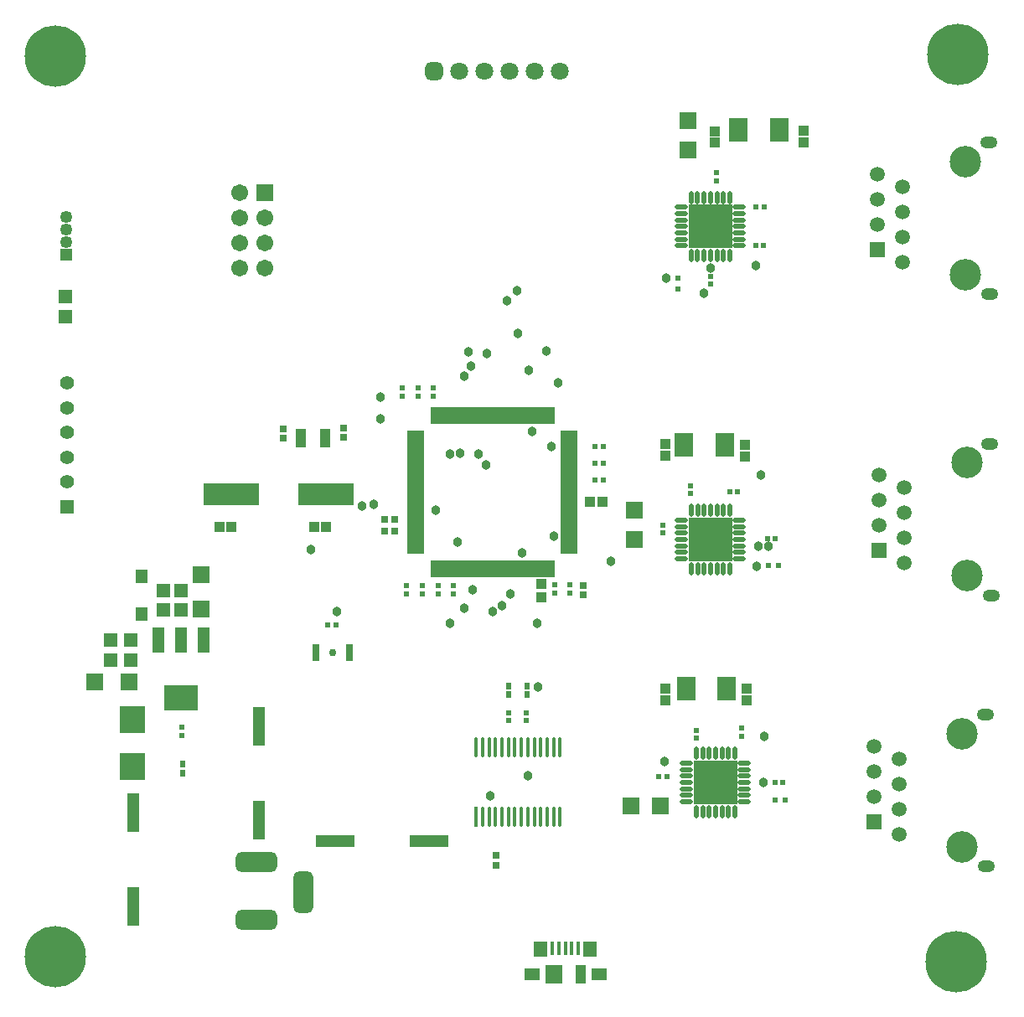
<source format=gts>
G04*
G04 #@! TF.GenerationSoftware,Altium Limited,Altium Designer,22.5.1 (42)*
G04*
G04 Layer_Color=8388736*
%FSLAX44Y44*%
%MOMM*%
G71*
G04*
G04 #@! TF.SameCoordinates,2ABD4F99-51B0-466E-819A-8B20F5DB8373*
G04*
G04*
G04 #@! TF.FilePolarity,Negative*
G04*
G01*
G75*
%ADD18R,0.5200X0.5200*%
%ADD25R,0.5200X0.5200*%
%ADD26R,0.5000X0.4750*%
%ADD27R,0.4750X0.5000*%
%ADD29R,0.4000X2.0000*%
G04:AMPARAMS|DCode=30|XSize=2mm|YSize=0.4mm|CornerRadius=0.2mm|HoleSize=0mm|Usage=FLASHONLY|Rotation=90.000|XOffset=0mm|YOffset=0mm|HoleType=Round|Shape=RoundedRectangle|*
%AMROUNDEDRECTD30*
21,1,2.0000,0.0000,0,0,90.0*
21,1,1.6000,0.4000,0,0,90.0*
1,1,0.4000,0.0000,0.8000*
1,1,0.4000,0.0000,-0.8000*
1,1,0.4000,0.0000,-0.8000*
1,1,0.4000,0.0000,0.8000*
%
%ADD30ROUNDEDRECTD30*%
%ADD31R,0.6153X0.5725*%
%ADD33R,1.9000X2.4000*%
%ADD34R,1.8000X1.7000*%
%ADD37R,0.4725X0.4682*%
%ADD38R,0.4500X1.3800*%
%ADD39R,1.4250X1.5500*%
%ADD40R,1.0000X1.9000*%
%ADD41R,1.8000X1.9000*%
%ADD42R,1.6500X1.3000*%
%ADD43R,0.5000X0.7000*%
%ADD45R,1.7000X1.8000*%
%ADD46R,0.5725X0.6153*%
%ADD49R,0.6725X0.7393*%
%ADD51R,0.8000X1.7000*%
%ADD59R,1.1000X1.9000*%
%ADD62R,4.4032X4.4032*%
%ADD63O,1.3532X0.5032*%
%ADD64O,0.5032X1.3532*%
%ADD65R,0.5032X1.6782*%
%ADD66R,1.6782X0.5032*%
%ADD67R,4.4032X4.4032*%
%ADD68R,4.0132X1.3032*%
%ADD69R,1.0532X1.0532*%
%ADD70R,1.2524X1.3524*%
%ADD71R,1.4224X1.4224*%
%ADD72R,0.8032X0.7032*%
%ADD73R,1.0532X1.1032*%
%ADD74R,0.7032X0.8032*%
%ADD75R,1.0532X1.0532*%
%ADD76R,1.7272X1.7272*%
%ADD77R,1.7272X1.7272*%
%ADD78R,1.4224X1.4224*%
%ADD79R,1.3032X4.0132*%
%ADD80R,2.5032X2.7032*%
%ADD81R,1.2032X2.6032*%
%ADD82R,3.5032X2.6032*%
%ADD83R,5.7032X2.2032*%
%ADD84R,1.1032X1.0532*%
%ADD85O,1.7272X1.2032*%
%ADD86C,3.1800*%
%ADD87C,1.5000*%
%ADD88R,1.5000X1.5000*%
%ADD89C,1.7032*%
%ADD90R,1.7032X1.7032*%
%ADD91C,1.8032*%
G04:AMPARAMS|DCode=92|XSize=1.8032mm|YSize=1.8032mm|CornerRadius=0.5016mm|HoleSize=0mm|Usage=FLASHONLY|Rotation=0.000|XOffset=0mm|YOffset=0mm|HoleType=Round|Shape=RoundedRectangle|*
%AMROUNDEDRECTD92*
21,1,1.8032,0.8000,0,0,0.0*
21,1,0.8000,1.8032,0,0,0.0*
1,1,1.0032,0.4000,-0.4000*
1,1,1.0032,-0.4000,-0.4000*
1,1,1.0032,-0.4000,0.4000*
1,1,1.0032,0.4000,0.4000*
%
%ADD92ROUNDEDRECTD92*%
%ADD93R,1.4000X1.4000*%
%ADD94C,1.4000*%
%ADD95C,1.2532*%
%ADD96R,1.2532X1.2532*%
G04:AMPARAMS|DCode=97|XSize=4.2032mm|YSize=2.0032mm|CornerRadius=0.5516mm|HoleSize=0mm|Usage=FLASHONLY|Rotation=270.000|XOffset=0mm|YOffset=0mm|HoleType=Round|Shape=RoundedRectangle|*
%AMROUNDEDRECTD97*
21,1,4.2032,0.9000,0,0,270.0*
21,1,3.1000,2.0032,0,0,270.0*
1,1,1.1032,-0.4500,-1.5500*
1,1,1.1032,-0.4500,1.5500*
1,1,1.1032,0.4500,1.5500*
1,1,1.1032,0.4500,-1.5500*
%
%ADD97ROUNDEDRECTD97*%
G04:AMPARAMS|DCode=98|XSize=4.2032mm|YSize=2.0032mm|CornerRadius=0.5516mm|HoleSize=0mm|Usage=FLASHONLY|Rotation=180.000|XOffset=0mm|YOffset=0mm|HoleType=Round|Shape=RoundedRectangle|*
%AMROUNDEDRECTD98*
21,1,4.2032,0.9000,0,0,180.0*
21,1,3.1000,2.0032,0,0,180.0*
1,1,1.1032,-1.5500,0.4500*
1,1,1.1032,1.5500,0.4500*
1,1,1.1032,1.5500,-0.4500*
1,1,1.1032,-1.5500,-0.4500*
%
%ADD98ROUNDEDRECTD98*%
%ADD99C,0.7500*%
%ADD100C,6.2032*%
%ADD101C,0.9652*%
%ADD102C,0.7032*%
D18*
X736600Y276986D02*
D03*
Y268986D02*
D03*
X685546Y514096D02*
D03*
Y522096D02*
D03*
X705866Y733678D02*
D03*
Y725678D02*
D03*
X691388Y266828D02*
D03*
Y274828D02*
D03*
X711708Y838326D02*
D03*
Y830326D02*
D03*
X657352Y482472D02*
D03*
Y474472D02*
D03*
D25*
X751396Y803910D02*
D03*
X759396D02*
D03*
X762762Y468630D02*
D03*
X770762D02*
D03*
X724726Y516128D02*
D03*
X732726D02*
D03*
X751030Y764936D02*
D03*
X759029D02*
D03*
X770446Y221996D02*
D03*
X778446D02*
D03*
X661098Y228346D02*
D03*
X653098D02*
D03*
D26*
X672592Y721314D02*
D03*
Y731565D02*
D03*
D27*
X774283Y441198D02*
D03*
X764032D02*
D03*
X781096Y204470D02*
D03*
X770844D02*
D03*
D29*
X468798Y187758D02*
D03*
D30*
X475298D02*
D03*
X481798D02*
D03*
X488298D02*
D03*
X494798D02*
D03*
X501298D02*
D03*
X507798D02*
D03*
X514298D02*
D03*
X520798D02*
D03*
X527298D02*
D03*
X533798D02*
D03*
X540298D02*
D03*
X546798D02*
D03*
X553298D02*
D03*
Y257758D02*
D03*
X546798D02*
D03*
X540298D02*
D03*
X533798D02*
D03*
X527298D02*
D03*
X520798D02*
D03*
X514298D02*
D03*
X507798D02*
D03*
X501298D02*
D03*
X494798D02*
D03*
X488298D02*
D03*
X481798D02*
D03*
X475298D02*
D03*
X468798D02*
D03*
D31*
X588329Y561340D02*
D03*
X596900D02*
D03*
X327406Y381508D02*
D03*
X318835D02*
D03*
X588550Y544576D02*
D03*
X597122D02*
D03*
X588804Y527812D02*
D03*
X597376D02*
D03*
D33*
X678688Y563372D02*
D03*
X719688D02*
D03*
X774806Y881380D02*
D03*
X733806D02*
D03*
X721720Y316992D02*
D03*
X680720D02*
D03*
D34*
X628142Y497368D02*
D03*
Y467868D02*
D03*
X682752Y861568D02*
D03*
Y891068D02*
D03*
D37*
X519176Y284480D02*
D03*
Y292523D02*
D03*
X501142Y284819D02*
D03*
Y292862D02*
D03*
X171196Y278045D02*
D03*
Y270002D02*
D03*
D38*
X571800Y54850D02*
D03*
X565300D02*
D03*
X558800D02*
D03*
X552300D02*
D03*
X545800D02*
D03*
D39*
X583675Y54000D02*
D03*
X533925D02*
D03*
D40*
X574300Y28250D02*
D03*
D41*
X547300D02*
D03*
D42*
X592550D02*
D03*
X525050D02*
D03*
D43*
X520192Y319714D02*
D03*
Y310714D02*
D03*
X501396Y319896D02*
D03*
Y310896D02*
D03*
X171704Y231648D02*
D03*
Y240648D02*
D03*
D45*
X625076Y198374D02*
D03*
X654576D02*
D03*
D46*
X445770Y421354D02*
D03*
Y412782D02*
D03*
X398272Y421354D02*
D03*
Y412782D02*
D03*
X430022Y421386D02*
D03*
Y412815D02*
D03*
X414274Y421321D02*
D03*
Y412750D02*
D03*
X547624Y421894D02*
D03*
Y413323D02*
D03*
X563118Y421926D02*
D03*
Y413355D02*
D03*
X393954Y620711D02*
D03*
Y612140D02*
D03*
X425450Y620711D02*
D03*
Y612140D02*
D03*
X409702Y620711D02*
D03*
Y612140D02*
D03*
D49*
X273558Y569976D02*
D03*
Y579308D02*
D03*
X335026Y570644D02*
D03*
Y579976D02*
D03*
D51*
X340850Y353822D02*
D03*
X306850D02*
D03*
D59*
X291230Y569976D02*
D03*
X316230D02*
D03*
D62*
X710502Y222250D02*
D03*
X705398Y467764D02*
D03*
D63*
X681252Y202750D02*
D03*
Y209250D02*
D03*
Y215750D02*
D03*
Y222250D02*
D03*
Y228750D02*
D03*
Y235250D02*
D03*
Y241750D02*
D03*
X739752D02*
D03*
Y235250D02*
D03*
Y228750D02*
D03*
Y222250D02*
D03*
Y215750D02*
D03*
Y209250D02*
D03*
Y202750D02*
D03*
X676108Y797098D02*
D03*
Y790598D02*
D03*
Y764598D02*
D03*
X734608D02*
D03*
Y771098D02*
D03*
Y777598D02*
D03*
Y784098D02*
D03*
Y790598D02*
D03*
Y797098D02*
D03*
Y803598D02*
D03*
X676108Y771098D02*
D03*
Y777598D02*
D03*
Y784098D02*
D03*
Y803598D02*
D03*
X734648Y448264D02*
D03*
Y454764D02*
D03*
Y461264D02*
D03*
Y467764D02*
D03*
Y474264D02*
D03*
Y480764D02*
D03*
Y487264D02*
D03*
X676148D02*
D03*
Y480764D02*
D03*
Y474264D02*
D03*
Y467764D02*
D03*
Y461264D02*
D03*
Y454764D02*
D03*
Y448264D02*
D03*
D64*
X691002Y251500D02*
D03*
X697502D02*
D03*
X704002D02*
D03*
X710502D02*
D03*
X717002D02*
D03*
X723502D02*
D03*
X730002D02*
D03*
Y193000D02*
D03*
X723502D02*
D03*
X717002D02*
D03*
X710502D02*
D03*
X704002D02*
D03*
X697502D02*
D03*
X691002D02*
D03*
X692358Y754848D02*
D03*
X698858D02*
D03*
X705358D02*
D03*
X711858D02*
D03*
X718358D02*
D03*
X724858D02*
D03*
Y813348D02*
D03*
X718358D02*
D03*
X711858D02*
D03*
X705358D02*
D03*
X698858D02*
D03*
X692358D02*
D03*
X685858D02*
D03*
Y754848D02*
D03*
X685898Y438514D02*
D03*
X692398D02*
D03*
X698898D02*
D03*
X705398D02*
D03*
X711898D02*
D03*
X718398D02*
D03*
X724898D02*
D03*
Y497014D02*
D03*
X718398D02*
D03*
X711898D02*
D03*
X705398D02*
D03*
X698898D02*
D03*
X692398D02*
D03*
X685898D02*
D03*
D65*
X425140Y593000D02*
D03*
X430140D02*
D03*
X435140D02*
D03*
X440140D02*
D03*
X445140D02*
D03*
X450140D02*
D03*
X455140D02*
D03*
X460140D02*
D03*
X465140D02*
D03*
X470140D02*
D03*
X475140D02*
D03*
X480140D02*
D03*
X485140D02*
D03*
X490140D02*
D03*
X495140D02*
D03*
X500140D02*
D03*
X505140D02*
D03*
X510140D02*
D03*
X515140D02*
D03*
X520140D02*
D03*
X525140D02*
D03*
X530140D02*
D03*
X535140D02*
D03*
X540140D02*
D03*
X545140D02*
D03*
Y438240D02*
D03*
X540140D02*
D03*
X535140D02*
D03*
X530140D02*
D03*
X525140D02*
D03*
X520140D02*
D03*
X515140D02*
D03*
X510140D02*
D03*
X505140D02*
D03*
X500140D02*
D03*
X495140D02*
D03*
X490140D02*
D03*
X485140D02*
D03*
X480140D02*
D03*
X475140D02*
D03*
X470140D02*
D03*
X465140D02*
D03*
X460140D02*
D03*
X455140D02*
D03*
X450140D02*
D03*
X445140D02*
D03*
X440140D02*
D03*
X435140D02*
D03*
X430140D02*
D03*
X425140D02*
D03*
D66*
X562520Y575620D02*
D03*
Y570620D02*
D03*
Y565620D02*
D03*
Y560620D02*
D03*
Y555620D02*
D03*
Y550620D02*
D03*
Y545620D02*
D03*
Y540620D02*
D03*
Y535620D02*
D03*
Y530620D02*
D03*
Y525620D02*
D03*
Y520620D02*
D03*
Y515620D02*
D03*
Y510620D02*
D03*
Y505620D02*
D03*
Y500620D02*
D03*
Y495620D02*
D03*
Y490620D02*
D03*
Y485620D02*
D03*
Y480620D02*
D03*
Y475620D02*
D03*
Y470620D02*
D03*
Y465620D02*
D03*
Y460620D02*
D03*
Y455620D02*
D03*
X407760D02*
D03*
Y460620D02*
D03*
Y465620D02*
D03*
Y470620D02*
D03*
Y475620D02*
D03*
Y480620D02*
D03*
Y485620D02*
D03*
Y490620D02*
D03*
Y495620D02*
D03*
Y500620D02*
D03*
Y505620D02*
D03*
Y510620D02*
D03*
Y515620D02*
D03*
Y520620D02*
D03*
Y525620D02*
D03*
Y530620D02*
D03*
Y535620D02*
D03*
Y540620D02*
D03*
Y545620D02*
D03*
Y550620D02*
D03*
Y555620D02*
D03*
Y560620D02*
D03*
Y565620D02*
D03*
Y570620D02*
D03*
Y575620D02*
D03*
D67*
X705358Y784098D02*
D03*
D68*
X421134Y162814D02*
D03*
X326134D02*
D03*
D69*
X659384Y563950D02*
D03*
Y552450D02*
D03*
X740156Y563188D02*
D03*
Y551688D02*
D03*
X799592Y869188D02*
D03*
Y880688D02*
D03*
X709930Y868680D02*
D03*
Y880180D02*
D03*
X741680Y305400D02*
D03*
Y316900D02*
D03*
X659892Y305562D02*
D03*
Y317062D02*
D03*
D70*
X130866Y430854D02*
D03*
Y392246D02*
D03*
D71*
X152654Y416240D02*
D03*
Y396240D02*
D03*
X53340Y692912D02*
D03*
Y712912D02*
D03*
X170434Y416240D02*
D03*
Y396240D02*
D03*
D72*
X488696Y138176D02*
D03*
Y148176D02*
D03*
X576834Y421480D02*
D03*
Y411480D02*
D03*
D73*
X596288Y505460D02*
D03*
X583288D02*
D03*
D74*
X386334Y476504D02*
D03*
X376334D02*
D03*
X386525Y488248D02*
D03*
X376525D02*
D03*
D75*
X305238Y480822D02*
D03*
X316738D02*
D03*
X209734Y480568D02*
D03*
X221234D02*
D03*
D76*
X190754Y397510D02*
D03*
Y431800D02*
D03*
D77*
X117731Y323800D02*
D03*
X83441D02*
D03*
D78*
X99314Y365760D02*
D03*
X119314D02*
D03*
X99314Y345440D02*
D03*
X119314D02*
D03*
D79*
X248920Y278894D02*
D03*
Y183894D02*
D03*
X121920Y96520D02*
D03*
Y191520D02*
D03*
D80*
X121666Y238374D02*
D03*
Y285414D02*
D03*
D81*
X193180Y365804D02*
D03*
X170180Y365804D02*
D03*
X147180Y365804D02*
D03*
D82*
X170180Y307804D02*
D03*
D83*
X221484Y513334D02*
D03*
X316484D02*
D03*
D84*
X534670Y422552D02*
D03*
Y409552D02*
D03*
D85*
X987464Y715734D02*
D03*
X986464Y868734D02*
D03*
X987734Y564188D02*
D03*
X988734Y411188D02*
D03*
X983908Y137376D02*
D03*
X982908Y290376D02*
D03*
D86*
X962914Y735584D02*
D03*
Y849884D02*
D03*
X964184Y545338D02*
D03*
Y431038D02*
D03*
X959358Y157226D02*
D03*
Y271526D02*
D03*
D87*
X899414Y799084D02*
D03*
X874014Y786384D02*
D03*
X899414Y824484D02*
D03*
X874014Y811784D02*
D03*
Y837184D02*
D03*
X899414Y773684D02*
D03*
Y748284D02*
D03*
X900684Y443738D02*
D03*
Y469138D02*
D03*
X875284Y532638D02*
D03*
Y507238D02*
D03*
X900684Y519938D02*
D03*
X875284Y481838D02*
D03*
X900684Y494538D02*
D03*
X895858Y220726D02*
D03*
X870458Y208026D02*
D03*
X895858Y246126D02*
D03*
X870458Y233426D02*
D03*
Y258826D02*
D03*
X895858Y195326D02*
D03*
Y169926D02*
D03*
D88*
X874014Y760984D02*
D03*
X875284Y456438D02*
D03*
X870458Y182626D02*
D03*
D89*
X254974Y742188D02*
D03*
Y767588D02*
D03*
Y792988D02*
D03*
X229574Y818388D02*
D03*
Y792988D02*
D03*
Y767588D02*
D03*
Y742188D02*
D03*
D90*
X254974Y818388D02*
D03*
D91*
X502412Y941070D02*
D03*
X451612D02*
D03*
X477012D02*
D03*
X527812D02*
D03*
X553212D02*
D03*
D92*
X426212D02*
D03*
D93*
X54864Y500926D02*
D03*
D94*
Y525926D02*
D03*
Y550926D02*
D03*
Y575926D02*
D03*
Y600926D02*
D03*
Y625926D02*
D03*
D95*
X54610Y768350D02*
D03*
Y781050D02*
D03*
Y793750D02*
D03*
D96*
Y755650D02*
D03*
D97*
X294380Y111566D02*
D03*
D98*
X246380Y83566D02*
D03*
Y141566D02*
D03*
D99*
X323850Y353822D02*
D03*
D100*
X43180Y956310D02*
D03*
X955040Y957580D02*
D03*
X43180Y45720D02*
D03*
X953770Y40640D02*
D03*
D101*
X461010Y657098D02*
D03*
X499364Y709168D02*
D03*
X510032Y719328D02*
D03*
X756666Y532892D02*
D03*
X750824Y744982D02*
D03*
X705866Y741934D02*
D03*
X699008Y716280D02*
D03*
X758444Y221996D02*
D03*
X759968Y268986D02*
D03*
X531368Y319024D02*
D03*
X442468Y383286D02*
D03*
X530352Y382778D02*
D03*
X763524Y461264D02*
D03*
X371602Y611886D02*
D03*
Y589534D02*
D03*
X659194Y243332D02*
D03*
X520700Y228600D02*
D03*
X482600Y208280D02*
D03*
X503028Y412496D02*
D03*
X495046Y400812D02*
D03*
X485140Y394970D02*
D03*
X456637Y398319D02*
D03*
X465282Y416789D02*
D03*
X470916Y554228D02*
D03*
X478536Y543052D02*
D03*
X452065Y555256D02*
D03*
X442468Y554228D02*
D03*
X752094Y440944D02*
D03*
X456438Y632968D02*
D03*
X463042Y643382D02*
D03*
X479298Y655574D02*
D03*
X544576Y561340D02*
D03*
X521716Y638810D02*
D03*
X539750Y658622D02*
D03*
X551180Y626364D02*
D03*
X511048Y676402D02*
D03*
X302006Y457867D02*
D03*
X353288Y501762D02*
D03*
X327660Y394716D02*
D03*
X364980Y503396D02*
D03*
X427939Y497027D02*
D03*
X449580Y465328D02*
D03*
X514858Y454152D02*
D03*
X660400Y732282D02*
D03*
X753364Y460912D02*
D03*
X604640Y446006D02*
D03*
X546862Y470916D02*
D03*
X525526Y577342D02*
D03*
D102*
X727002Y238750D02*
D03*
Y227750D02*
D03*
Y216750D02*
D03*
Y205750D02*
D03*
X716002Y238750D02*
D03*
Y227750D02*
D03*
Y216750D02*
D03*
Y205750D02*
D03*
X705002Y238750D02*
D03*
Y227750D02*
D03*
Y216750D02*
D03*
Y205750D02*
D03*
X694002Y238750D02*
D03*
Y227750D02*
D03*
Y216750D02*
D03*
Y205750D02*
D03*
X688858Y800598D02*
D03*
X699858D02*
D03*
X710858D02*
D03*
X721858D02*
D03*
X688858Y789598D02*
D03*
X699858D02*
D03*
X710858D02*
D03*
X721858D02*
D03*
X688858Y778598D02*
D03*
X699858D02*
D03*
X710858D02*
D03*
X721858D02*
D03*
X688858Y767598D02*
D03*
X699858D02*
D03*
X710858D02*
D03*
X721858D02*
D03*
X688898Y451264D02*
D03*
Y462264D02*
D03*
Y473264D02*
D03*
Y484264D02*
D03*
X699898Y451264D02*
D03*
Y462264D02*
D03*
Y473264D02*
D03*
Y484264D02*
D03*
X710898Y451264D02*
D03*
Y462264D02*
D03*
Y473264D02*
D03*
Y484264D02*
D03*
X721898Y451264D02*
D03*
Y462264D02*
D03*
Y473264D02*
D03*
Y484264D02*
D03*
M02*

</source>
